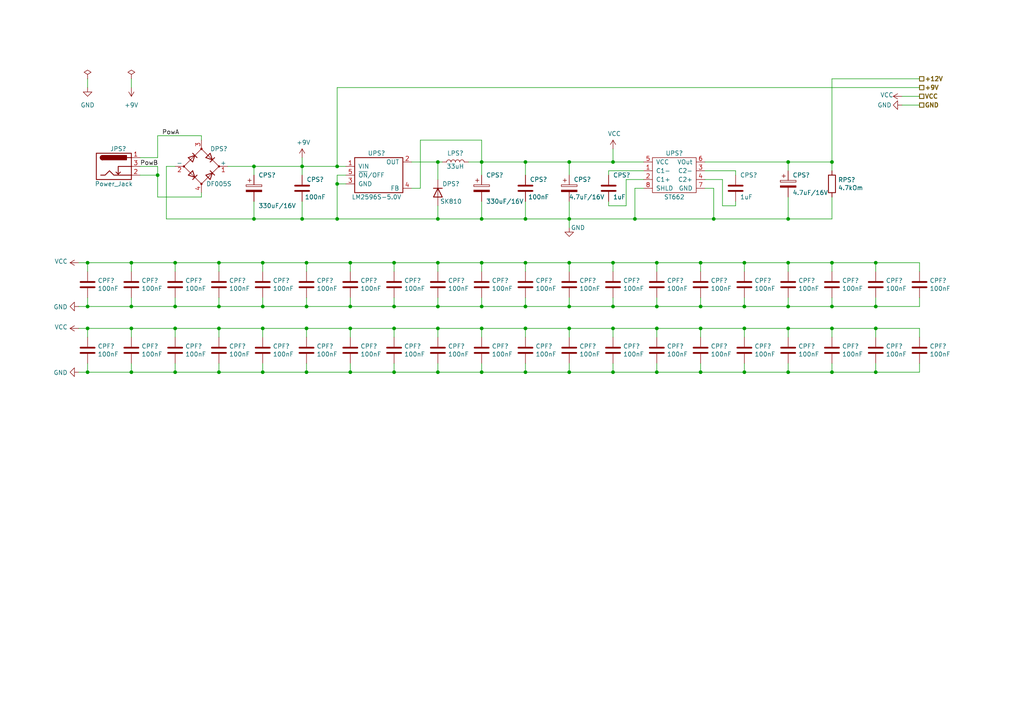
<source format=kicad_sch>
(kicad_sch (version 20211123) (generator eeschema)
  (paper "A4")
  (lib_symbols
    (symbol "Device:C" (pin_numbers hide) (pin_names (offset 0.254))
      (property "Reference" "C" (at 0.635 2.54 0))
      (property "Value" "C" (at 0.635 -2.54 0))
      (symbol "C_0_1"
        (polyline (pts (xy -2.032 -0.762) (xy 2.032 -0.762)) (stroke (width 0.508)))
        (polyline (pts (xy -2.032 0.762) (xy 2.032 0.762)) (stroke (width 0.508)))
      )
      (symbol "C_1_1"
        (pin passive line (at 0 3.81 270) (length 2.794) (name "~") (number "1"))
        (pin passive line (at 0 -3.81 90) (length 2.794) (name "~") (number "2"))
      )
    )
    (symbol "Device:C_Polarized" (pin_numbers hide) (pin_names (offset 0.254))
      (property "Reference" "C" (at 0.635 2.54 0))
      (property "Value" "C_Polarized" (at 0.635 -2.54 0))
      (symbol "C_Polarized_0_1"
        (rectangle (start -2.286 0.508) (end 2.286 1.016))
        (polyline (pts (xy -1.778 2.286) (xy -0.762 2.286)))
        (polyline (pts (xy -1.27 2.794) (xy -1.27 1.778)))
        (rectangle (start 2.286 -0.508) (end -2.286 -1.016) (fill (type outline)))
      )
      (symbol "C_Polarized_1_1"
        (pin passive line (at 0 3.81 270) (length 2.794) (name "~") (number "1"))
        (pin passive line (at 0 -3.81 90) (length 2.794) (name "~") (number "2"))
      )
    )
    (symbol "Device:D" (pin_numbers hide) (pin_names (offset 1.016) hide)
      (property "Reference" "D" (at 0 2.54 0))
      (property "Value" "D" (at 0 -2.54 0))
      (symbol "D_0_1"
        (polyline (pts (xy -1.27 1.27) (xy -1.27 -1.27)) (stroke (width 0.254)))
        (polyline (pts (xy 1.27 0) (xy -1.27 0)))
        (polyline (pts (xy 1.27 1.27) (xy 1.27 -1.27) (xy -1.27 0) (xy 1.27 1.27)) (stroke (width 0.254)))
      )
      (symbol "D_1_1"
        (pin passive line (at -3.81 0 0) (length 2.54) (name "K") (number "1"))
        (pin passive line (at 3.81 0 180) (length 2.54) (name "A") (number "2"))
      )
    )
    (symbol "Device:D_Bridge_+-AA" (pin_names (offset 0))
      (property "Reference" "D" (at 2.54 6.985 0))
      (property "Value" "D_Bridge_+-AA" (at 2.54 5.08 0))
      (symbol "D_Bridge_+-AA_0_1"
        (circle (center -5.08 0) (radius 0.254) (fill (type outline)))
        (circle (center 0 -5.08) (radius 0.254) (fill (type outline)))
        (polyline (pts (xy -2.54 3.81) (xy -1.27 2.54)) (stroke (width 0.254)))
        (polyline (pts (xy -1.27 -2.54) (xy -2.54 -3.81)) (stroke (width 0.254)))
        (polyline (pts (xy 2.54 -1.27) (xy 3.81 -2.54)) (stroke (width 0.254)))
        (polyline (pts (xy 2.54 1.27) (xy 3.81 2.54)) (stroke (width 0.254)))
        (polyline (pts (xy -3.81 2.54) (xy -2.54 1.27) (xy -1.905 3.175) (xy -3.81 2.54)) (stroke (width 0.254)))
        (polyline (pts (xy -2.54 -1.27) (xy -3.81 -2.54) (xy -1.905 -3.175) (xy -2.54 -1.27)) (stroke (width 0.254)))
        (polyline (pts (xy 1.27 2.54) (xy 2.54 3.81) (xy 3.175 1.905) (xy 1.27 2.54)) (stroke (width 0.254)))
        (polyline (pts (xy 3.175 -1.905) (xy 1.27 -2.54) (xy 2.54 -3.81) (xy 3.175 -1.905)) (stroke (width 0.254)))
        (polyline (pts (xy -5.08 0) (xy 0 -5.08) (xy 5.08 0) (xy 0 5.08) (xy -5.08 0)))
        (circle (center 0 5.08) (radius 0.254) (fill (type outline)))
        (circle (center 5.08 0) (radius 0.254) (fill (type outline)))
      )
      (symbol "D_Bridge_+-AA_1_1"
        (pin passive line (at 7.62 0 180) (length 2.54) (name "+") (number "1"))
        (pin passive line (at -7.62 0 0) (length 2.54) (name "-") (number "2"))
        (pin passive line (at 0 7.62 270) (length 2.54) (name "~") (number "3"))
        (pin passive line (at 0 -7.62 90) (length 2.54) (name "~") (number "4"))
      )
    )
    (symbol "Device:L" (pin_numbers hide) (pin_names (offset 1.016) hide)
      (property "Reference" "L" (at -1.27 0 90))
      (property "Value" "L" (at 1.905 0 90))
      (symbol "L_0_1"
        (arc (start 0 -2.54) (mid 0.635 -1.905) (end 0 -1.27))
        (arc (start 0 -1.27) (mid 0.635 -0.635) (end 0 0))
        (arc (start 0 0) (mid 0.635 0.635) (end 0 1.27))
        (arc (start 0 1.27) (mid 0.635 1.905) (end 0 2.54))
      )
      (symbol "L_1_1"
        (pin passive line (at 0 3.81 270) (length 1.27) (name "1") (number "1"))
        (pin passive line (at 0 -3.81 90) (length 1.27) (name "2") (number "2"))
      )
    )
    (symbol "Device:R" (pin_numbers hide) (pin_names (offset 0))
      (property "Reference" "R" (at 2.032 0 90))
      (property "Value" "R" (at 0 0 90))
      (symbol "R_0_1"
        (rectangle (start -1.016 -2.54) (end 1.016 2.54) (stroke (width 0.254)))
      )
      (symbol "R_1_1"
        (pin passive line (at 0 3.81 270) (length 1.27) (name "~") (number "1"))
        (pin passive line (at 0 -3.81 90) (length 1.27) (name "~") (number "2"))
      )
    )
    (symbol "ZX-Spectrum-Pentagon-rescue:CP-Device" (pin_numbers hide) (pin_names (offset 0.254))
      (property "Reference" "C" (at 0.635 2.54 0))
      (property "Value" "CP-Device" (at 0.635 -2.54 0))
      (symbol "CP-Device_0_1"
        (rectangle (start -2.286 0.508) (end 2.286 1.016))
        (polyline (pts (xy -1.778 2.286) (xy -0.762 2.286)))
        (polyline (pts (xy -1.27 2.794) (xy -1.27 1.778)))
        (rectangle (start 2.286 -0.508) (end -2.286 -1.016) (fill (type outline)))
      )
      (symbol "CP-Device_1_1"
        (pin passive line (at 0 3.81 270) (length 2.794) (name "~") (number "1"))
        (pin passive line (at 0 -3.81 90) (length 2.794) (name "~") (number "2"))
      )
    )
    (symbol "power:+9V" (power) (pin_names (offset 0))
      (property "Value" "+9V" (at 0 3.556 0))
      (symbol "+9V_0_1"
        (polyline (pts (xy -0.762 1.27) (xy 0 2.54)))
        (polyline (pts (xy 0 0) (xy 0 2.54)))
        (polyline (pts (xy 0 2.54) (xy 0.762 1.27)))
      )
      (symbol "+9V_1_1"
        (pin power_in line (at 0 0 90) (length 0) hide (name "+9V") (number "1"))
      )
    )
    (symbol "power:GND" (power) (pin_names (offset 0))
      (property "Value" "GND" (at 0 -3.81 0))
      (symbol "GND_0_1"
        (polyline (pts (xy 0 0) (xy 0 -1.27) (xy 1.27 -1.27) (xy 0 -2.54) (xy -1.27 -1.27) (xy 0 -1.27)))
      )
      (symbol "GND_1_1"
        (pin power_in line (at 0 0 270) (length 0) hide (name "GND") (number "1"))
      )
    )
    (symbol "power:PWR_FLAG" (power) (pin_numbers hide) (pin_names (offset 0) hide)
      (property "Value" "PWR_FLAG" (at 0 3.81 0))
      (symbol "PWR_FLAG_0_0"
        (pin power_out line (at 0 0 90) (length 0) (name "pwr") (number "1"))
      )
      (symbol "PWR_FLAG_0_1"
        (polyline (pts (xy 0 0) (xy 0 1.27) (xy -1.016 1.905) (xy 0 2.54) (xy 1.016 1.905) (xy 0 1.27)))
      )
    )
    (symbol "power:VCC" (power) (pin_names (offset 0))
      (property "Value" "VCC" (at 0 3.81 0))
      (symbol "VCC_0_1"
        (polyline (pts (xy -0.762 1.27) (xy 0 2.54)))
        (polyline (pts (xy 0 0) (xy 0 2.54)))
        (polyline (pts (xy 0 2.54) (xy 0.762 1.27)))
      )
      (symbol "VCC_1_1"
        (pin power_in line (at 0 0 90) (length 0) hide (name "VCC") (number "1"))
      )
    )
    (symbol "zx_custom_symbol:LM2596S-5.0V" (pin_names (offset 1.016))
      (property "Reference" "U" (at 0 6.35 0))
      (property "Value" "LM2596S-5.0V" (at 0 -6.35 0))
      (symbol "LM2596S-5.0V_1_1"
        (rectangle (start -7.62 5.08) (end 6.35 -5.08) (stroke (width 0.254)))
        (pin power_in line (at -10.16 2.54 0) (length 2.54) (name "VIN") (number "1"))
        (pin power_out line (at 8.89 3.81 180) (length 2.54) (name "OUT") (number "2"))
        (pin power_in line (at -10.16 -2.54 0) (length 2.54) (name "GND") (number "3"))
        (pin input line (at 8.89 -3.81 180) (length 2.54) (name "FB") (number "4"))
        (pin input line (at -10.16 0 0) (length 2.54) (name "~{ON}/OFF") (number "5"))
      )
    )
    (symbol "zx_custom_symbol:Power_Jack" (pin_names (offset 1.016))
      (property "Reference" "CN" (at 0 5.08 0))
      (property "Value" "Power_Jack" (at 0 -5.08 0))
      (symbol "Power_Jack_1_1"
        (rectangle (start -5.08 3.81) (end 5.08 -3.81) (stroke (width 0.254)))
        (arc (start -3.302 3.175) (mid -3.937 2.54) (end -3.302 1.905) (stroke (width 0.254)))
        (arc (start -3.302 3.175) (mid -3.937 2.54) (end -3.302 1.905) (stroke (width 0.254)) (fill (type outline)))
        (polyline (pts (xy 1.27 -2.286) (xy 1.905 -1.651)) (stroke (width 0.254)))
        (polyline (pts (xy 5.08 2.54) (xy 3.81 2.54)) (stroke (width 0.254)))
        (polyline (pts (xy 5.08 0) (xy 1.27 0) (xy 1.27 -2.286) (xy 0.635 -1.651)) (stroke (width 0.254)))
        (polyline (pts (xy -3.81 -2.54) (xy -2.54 -2.54) (xy -1.27 -1.27) (xy 0 -2.54) (xy 2.54 -2.54) (xy 5.08 -2.54)) (stroke (width 0.254)))
        (rectangle (start 3.683 3.175) (end -3.302 1.905) (stroke (width 0.254)) (fill (type outline)))
        (pin passive line (at 7.62 2.54 180) (length 2.54) (name "~") (number "1"))
        (pin passive line (at 7.62 -2.54 180) (length 2.54) (name "~") (number "2"))
        (pin passive line (at 7.62 0 180) (length 2.54) (name "~") (number "3"))
      )
    )
    (symbol "zx_custom_symbol:ST662" (pin_names (offset 1.016))
      (property "Reference" "U" (at 0 3.81 0))
      (property "Value" "ST662" (at 0 -8.89 0))
      (symbol "ST662_0_1"
        (rectangle (start -6.35 2.54) (end 6.35 -7.62))
      )
      (symbol "ST662_1_1"
        (pin passive line (at -8.89 -1.27 0) (length 2.54) (name "C1-") (number "1"))
        (pin passive line (at -8.89 -3.81 0) (length 2.54) (name "C1+") (number "2"))
        (pin passive line (at 8.89 -1.27 180) (length 2.54) (name "C2-") (number "3"))
        (pin passive line (at 8.89 -3.81 180) (length 2.54) (name "C2+") (number "4"))
        (pin power_in line (at -8.89 1.27 0) (length 2.54) (name "VCC") (number "5"))
        (pin power_out line (at 8.89 1.27 180) (length 2.54) (name "VOut") (number "6"))
        (pin power_in line (at 8.89 -6.35 180) (length 2.54) (name "GND") (number "7"))
        (pin input line (at -8.89 -6.35 0) (length 2.54) (name "SHLD") (number "8"))
      )
    )
  )
  (junction (at 203.2 107.95))
  (junction (at 127 95.25))
  (junction (at 241.3 95.25))
  (junction (at 241.3 46.99))
  (junction (at 165.1 46.99))
  (junction (at 152.4 63.5))
  (junction (at 97.79 48.26))
  (junction (at 25.4 76.2))
  (junction (at 63.5 95.25))
  (junction (at 228.6 107.95))
  (junction (at 215.9 88.9))
  (junction (at 228.6 76.2))
  (junction (at 114.3 107.95))
  (junction (at 254 76.2))
  (junction (at 45.72 50.8))
  (junction (at 228.6 63.5))
  (junction (at 101.6 107.95))
  (junction (at 76.2 95.25))
  (junction (at 228.6 95.25))
  (junction (at 177.8 46.99))
  (junction (at 241.3 76.2))
  (junction (at 215.9 107.95))
  (junction (at 38.1 107.95))
  (junction (at 101.6 76.2))
  (junction (at 165.1 107.95))
  (junction (at 88.9 107.95))
  (junction (at 63.5 76.2))
  (junction (at 190.5 107.95))
  (junction (at 203.2 76.2))
  (junction (at 152.4 46.99))
  (junction (at 190.5 88.9))
  (junction (at 165.1 95.25))
  (junction (at 241.3 88.9))
  (junction (at 25.4 107.95))
  (junction (at 203.2 95.25))
  (junction (at 25.4 88.9))
  (junction (at 190.5 76.2))
  (junction (at 76.2 107.95))
  (junction (at 215.9 95.25))
  (junction (at 88.9 88.9))
  (junction (at 152.4 107.95))
  (junction (at 177.8 88.9))
  (junction (at 228.6 46.99))
  (junction (at 38.1 76.2))
  (junction (at 203.2 88.9))
  (junction (at 177.8 95.25))
  (junction (at 165.1 63.5))
  (junction (at 152.4 76.2))
  (junction (at 127 46.99))
  (junction (at 97.79 53.34))
  (junction (at 177.8 76.2))
  (junction (at 152.4 95.25))
  (junction (at 139.7 76.2))
  (junction (at 139.7 63.5))
  (junction (at 127 107.95))
  (junction (at 63.5 107.95))
  (junction (at 101.6 95.25))
  (junction (at 139.7 46.99))
  (junction (at 165.1 76.2))
  (junction (at 228.6 88.9))
  (junction (at 76.2 88.9))
  (junction (at 88.9 95.25))
  (junction (at 25.4 95.25))
  (junction (at 254 95.25))
  (junction (at 38.1 88.9))
  (junction (at 97.79 63.5))
  (junction (at 139.7 95.25))
  (junction (at 38.1 95.25))
  (junction (at 207.01 63.5))
  (junction (at 87.63 48.26))
  (junction (at 254 88.9))
  (junction (at 114.3 76.2))
  (junction (at 76.2 76.2))
  (junction (at 241.3 107.95))
  (junction (at 165.1 88.9))
  (junction (at 215.9 76.2))
  (junction (at 190.5 95.25))
  (junction (at 139.7 88.9))
  (junction (at 127 88.9))
  (junction (at 177.8 107.95))
  (junction (at 114.3 88.9))
  (junction (at 254 107.95))
  (junction (at 50.8 76.2))
  (junction (at 127 76.2))
  (junction (at 87.63 63.5))
  (junction (at 127 63.5))
  (junction (at 184.15 63.5))
  (junction (at 101.6 88.9))
  (junction (at 88.9 76.2))
  (junction (at 50.8 88.9))
  (junction (at 63.5 88.9))
  (junction (at 114.3 95.25))
  (junction (at 73.66 48.26))
  (junction (at 73.66 63.5))
  (junction (at 50.8 95.25))
  (junction (at 139.7 107.95))
  (junction (at 50.8 107.95))
  (junction (at 152.4 88.9))
  (wire (pts (xy 207.01 54.61) (xy 204.47 54.61)))
  (wire (pts (xy 254 105.41) (xy 254 107.95)))
  (wire (pts (xy 76.2 86.36) (xy 76.2 88.9)))
  (wire (pts (xy 25.4 88.9) (xy 38.1 88.9)))
  (wire (pts (xy 25.4 86.36) (xy 25.4 88.9)))
  (wire (pts (xy 121.92 40.64) (xy 121.92 54.61)))
  (wire (pts (xy 254 95.25) (xy 254 97.79)))
  (wire (pts (xy 97.79 63.5) (xy 127 63.5)))
  (wire (pts (xy 241.3 86.36) (xy 241.3 88.9)))
  (wire (pts (xy 207.01 63.5) (xy 228.6 63.5)))
  (wire (pts (xy 127 95.25) (xy 139.7 95.25)))
  (wire (pts (xy 50.8 95.25) (xy 50.8 97.79)))
  (wire (pts (xy 165.1 63.5) (xy 165.1 66.04)))
  (wire (pts (xy 228.6 63.5) (xy 241.3 63.5)))
  (wire (pts (xy 190.5 88.9) (xy 203.2 88.9)))
  (wire (pts (xy 38.1 95.25) (xy 38.1 97.79)))
  (wire (pts (xy 241.3 22.86) (xy 266.7 22.86)))
  (wire (pts (xy 139.7 95.25) (xy 152.4 95.25)))
  (wire (pts (xy 50.8 86.36) (xy 50.8 88.9)))
  (wire (pts (xy 139.7 40.64) (xy 139.7 46.99)))
  (wire (pts (xy 63.5 86.36) (xy 63.5 88.9)))
  (wire (pts (xy 165.1 95.25) (xy 177.8 95.25)))
  (wire (pts (xy 73.66 48.26) (xy 73.66 50.8)))
  (wire (pts (xy 139.7 88.9) (xy 152.4 88.9)))
  (wire (pts (xy 254 88.9) (xy 266.7 88.9)))
  (wire (pts (xy 139.7 95.25) (xy 139.7 97.79)))
  (wire (pts (xy 97.79 53.34) (xy 97.79 63.5)))
  (wire (pts (xy 88.9 88.9) (xy 101.6 88.9)))
  (wire (pts (xy 88.9 95.25) (xy 88.9 97.79)))
  (wire (pts (xy 50.8 88.9) (xy 63.5 88.9)))
  (wire (pts (xy 73.66 58.42) (xy 73.66 63.5)))
  (wire (pts (xy 114.3 76.2) (xy 114.3 78.74)))
  (wire (pts (xy 165.1 76.2) (xy 165.1 78.74)))
  (wire (pts (xy 165.1 58.42) (xy 165.1 63.5)))
  (wire (pts (xy 181.61 52.07) (xy 181.61 59.69)))
  (wire (pts (xy 87.63 50.8) (xy 87.63 48.26)))
  (wire (pts (xy 203.2 107.95) (xy 215.9 107.95)))
  (wire (pts (xy 215.9 95.25) (xy 228.6 95.25)))
  (wire (pts (xy 139.7 76.2) (xy 139.7 78.74)))
  (wire (pts (xy 209.55 52.07) (xy 209.55 59.69)))
  (wire (pts (xy 215.9 107.95) (xy 228.6 107.95)))
  (wire (pts (xy 50.8 95.25) (xy 63.5 95.25)))
  (wire (pts (xy 204.47 46.99) (xy 228.6 46.99)))
  (wire (pts (xy 152.4 46.99) (xy 165.1 46.99)))
  (wire (pts (xy 38.1 22.86) (xy 38.1 25.4)))
  (wire (pts (xy 88.9 76.2) (xy 101.6 76.2)))
  (wire (pts (xy 38.1 107.95) (xy 50.8 107.95)))
  (wire (pts (xy 100.33 53.34) (xy 97.79 53.34)))
  (wire (pts (xy 186.69 49.53) (xy 176.53 49.53)))
  (wire (pts (xy 127 105.41) (xy 127 107.95)))
  (wire (pts (xy 127 86.36) (xy 127 88.9)))
  (wire (pts (xy 181.61 59.69) (xy 176.53 59.69)))
  (wire (pts (xy 204.47 49.53) (xy 213.36 49.53)))
  (wire (pts (xy 87.63 63.5) (xy 97.79 63.5)))
  (wire (pts (xy 139.7 76.2) (xy 152.4 76.2)))
  (wire (pts (xy 45.72 39.37) (xy 58.42 39.37)))
  (wire (pts (xy 254 107.95) (xy 266.7 107.95)))
  (wire (pts (xy 38.1 88.9) (xy 50.8 88.9)))
  (wire (pts (xy 76.2 105.41) (xy 76.2 107.95)))
  (wire (pts (xy 177.8 95.25) (xy 177.8 97.79)))
  (wire (pts (xy 114.3 88.9) (xy 127 88.9)))
  (wire (pts (xy 241.3 88.9) (xy 254 88.9)))
  (wire (pts (xy 38.1 95.25) (xy 50.8 95.25)))
  (wire (pts (xy 165.1 105.41) (xy 165.1 107.95)))
  (wire (pts (xy 97.79 50.8) (xy 97.79 53.34)))
  (wire (pts (xy 88.9 76.2) (xy 88.9 78.74)))
  (wire (pts (xy 228.6 86.36) (xy 228.6 88.9)))
  (wire (pts (xy 139.7 105.41) (xy 139.7 107.95)))
  (wire (pts (xy 152.4 105.41) (xy 152.4 107.95)))
  (wire (pts (xy 25.4 107.95) (xy 38.1 107.95)))
  (wire (pts (xy 101.6 88.9) (xy 114.3 88.9)))
  (wire (pts (xy 22.86 76.2) (xy 25.4 76.2)))
  (wire (pts (xy 40.64 48.26) (xy 45.72 48.26)))
  (wire (pts (xy 63.5 76.2) (xy 63.5 78.74)))
  (wire (pts (xy 127 107.95) (xy 139.7 107.95)))
  (wire (pts (xy 152.4 46.99) (xy 152.4 50.8)))
  (wire (pts (xy 152.4 76.2) (xy 152.4 78.74)))
  (wire (pts (xy 203.2 88.9) (xy 215.9 88.9)))
  (wire (pts (xy 50.8 48.26) (xy 48.26 48.26)))
  (wire (pts (xy 152.4 88.9) (xy 165.1 88.9)))
  (wire (pts (xy 66.04 48.26) (xy 73.66 48.26)))
  (wire (pts (xy 127 59.69) (xy 127 63.5)))
  (wire (pts (xy 215.9 76.2) (xy 228.6 76.2)))
  (wire (pts (xy 97.79 48.26) (xy 100.33 48.26)))
  (wire (pts (xy 139.7 107.95) (xy 152.4 107.95)))
  (wire (pts (xy 177.8 88.9) (xy 190.5 88.9)))
  (wire (pts (xy 176.53 59.69) (xy 176.53 58.42)))
  (wire (pts (xy 203.2 76.2) (xy 203.2 78.74)))
  (wire (pts (xy 25.4 22.86) (xy 25.4 25.4)))
  (wire (pts (xy 165.1 86.36) (xy 165.1 88.9)))
  (wire (pts (xy 203.2 105.41) (xy 203.2 107.95)))
  (wire (pts (xy 228.6 46.99) (xy 241.3 46.99)))
  (wire (pts (xy 38.1 86.36) (xy 38.1 88.9)))
  (wire (pts (xy 119.38 46.99) (xy 127 46.99)))
  (wire (pts (xy 228.6 95.25) (xy 228.6 97.79)))
  (wire (pts (xy 127 88.9) (xy 139.7 88.9)))
  (wire (pts (xy 213.36 59.69) (xy 213.36 58.42)))
  (wire (pts (xy 127 46.99) (xy 127 52.07)))
  (wire (pts (xy 101.6 76.2) (xy 101.6 78.74)))
  (wire (pts (xy 97.79 25.4) (xy 266.7 25.4)))
  (wire (pts (xy 48.26 48.26) (xy 48.26 63.5)))
  (wire (pts (xy 73.66 63.5) (xy 87.63 63.5)))
  (wire (pts (xy 114.3 76.2) (xy 127 76.2)))
  (wire (pts (xy 215.9 95.25) (xy 215.9 97.79)))
  (wire (pts (xy 266.7 95.25) (xy 266.7 97.79)))
  (wire (pts (xy 22.86 95.25) (xy 25.4 95.25)))
  (wire (pts (xy 97.79 48.26) (xy 97.79 25.4)))
  (wire (pts (xy 266.7 105.41) (xy 266.7 107.95)))
  (wire (pts (xy 215.9 105.41) (xy 215.9 107.95)))
  (wire (pts (xy 228.6 76.2) (xy 241.3 76.2)))
  (wire (pts (xy 88.9 107.95) (xy 101.6 107.95)))
  (wire (pts (xy 254 76.2) (xy 254 78.74)))
  (wire (pts (xy 165.1 95.25) (xy 165.1 97.79)))
  (wire (pts (xy 204.47 52.07) (xy 209.55 52.07)))
  (wire (pts (xy 190.5 76.2) (xy 190.5 78.74)))
  (wire (pts (xy 139.7 40.64) (xy 121.92 40.64)))
  (wire (pts (xy 63.5 88.9) (xy 76.2 88.9)))
  (wire (pts (xy 76.2 95.25) (xy 88.9 95.25)))
  (wire (pts (xy 40.64 50.8) (xy 45.72 50.8)))
  (wire (pts (xy 152.4 58.42) (xy 152.4 63.5)))
  (wire (pts (xy 76.2 95.25) (xy 76.2 97.79)))
  (wire (pts (xy 50.8 76.2) (xy 63.5 76.2)))
  (wire (pts (xy 135.89 46.99) (xy 139.7 46.99)))
  (wire (pts (xy 127 46.99) (xy 128.27 46.99)))
  (wire (pts (xy 139.7 86.36) (xy 139.7 88.9)))
  (wire (pts (xy 50.8 76.2) (xy 50.8 78.74)))
  (wire (pts (xy 241.3 76.2) (xy 254 76.2)))
  (wire (pts (xy 101.6 86.36) (xy 101.6 88.9)))
  (wire (pts (xy 63.5 95.25) (xy 63.5 97.79)))
  (wire (pts (xy 127 76.2) (xy 127 78.74)))
  (wire (pts (xy 101.6 107.95) (xy 114.3 107.95)))
  (wire (pts (xy 38.1 76.2) (xy 50.8 76.2)))
  (wire (pts (xy 165.1 76.2) (xy 177.8 76.2)))
  (wire (pts (xy 63.5 95.25) (xy 76.2 95.25)))
  (wire (pts (xy 228.6 76.2) (xy 228.6 78.74)))
  (wire (pts (xy 266.7 76.2) (xy 266.7 78.74)))
  (wire (pts (xy 241.3 76.2) (xy 241.3 78.74)))
  (wire (pts (xy 177.8 76.2) (xy 190.5 76.2)))
  (wire (pts (xy 241.3 46.99) (xy 241.3 49.53)))
  (wire (pts (xy 213.36 49.53) (xy 213.36 50.8)))
  (wire (pts (xy 25.4 105.41) (xy 25.4 107.95)))
  (wire (pts (xy 165.1 46.99) (xy 177.8 46.99)))
  (wire (pts (xy 228.6 57.15) (xy 228.6 63.5)))
  (wire (pts (xy 241.3 107.95) (xy 254 107.95)))
  (wire (pts (xy 45.72 45.72) (xy 45.72 39.37)))
  (wire (pts (xy 152.4 63.5) (xy 165.1 63.5)))
  (wire (pts (xy 177.8 95.25) (xy 190.5 95.25)))
  (wire (pts (xy 254 95.25) (xy 266.7 95.25)))
  (wire (pts (xy 241.3 22.86) (xy 241.3 46.99)))
  (wire (pts (xy 101.6 76.2) (xy 114.3 76.2)))
  (wire (pts (xy 88.9 86.36) (xy 88.9 88.9)))
  (wire (pts (xy 87.63 45.72) (xy 87.63 48.26)))
  (wire (pts (xy 228.6 105.41) (xy 228.6 107.95)))
  (wire (pts (xy 101.6 105.41) (xy 101.6 107.95)))
  (wire (pts (xy 215.9 86.36) (xy 215.9 88.9)))
  (wire (pts (xy 261.62 30.48) (xy 266.7 30.48)))
  (wire (pts (xy 139.7 46.99) (xy 152.4 46.99)))
  (wire (pts (xy 152.4 95.25) (xy 152.4 97.79)))
  (wire (pts (xy 184.15 63.5) (xy 207.01 63.5)))
  (wire (pts (xy 58.42 39.37) (xy 58.42 40.64)))
  (wire (pts (xy 228.6 88.9) (xy 241.3 88.9)))
  (wire (pts (xy 114.3 105.41) (xy 114.3 107.95)))
  (wire (pts (xy 101.6 95.25) (xy 114.3 95.25)))
  (wire (pts (xy 186.69 52.07) (xy 181.61 52.07)))
  (wire (pts (xy 88.9 105.41) (xy 88.9 107.95)))
  (wire (pts (xy 209.55 59.69) (xy 213.36 59.69)))
  (wire (pts (xy 121.92 54.61) (xy 119.38 54.61)))
  (wire (pts (xy 177.8 43.18) (xy 177.8 46.99)))
  (wire (pts (xy 190.5 95.25) (xy 203.2 95.25)))
  (wire (pts (xy 152.4 107.95) (xy 165.1 107.95)))
  (wire (pts (xy 207.01 54.61) (xy 207.01 63.5)))
  (wire (pts (xy 50.8 107.95) (xy 63.5 107.95)))
  (wire (pts (xy 152.4 95.25) (xy 165.1 95.25)))
  (wire (pts (xy 241.3 63.5) (xy 241.3 57.15)))
  (wire (pts (xy 114.3 95.25) (xy 127 95.25)))
  (wire (pts (xy 48.26 63.5) (xy 73.66 63.5)))
  (wire (pts (xy 101.6 95.25) (xy 101.6 97.79)))
  (wire (pts (xy 254 86.36) (xy 254 88.9)))
  (wire (pts (xy 165.1 63.5) (xy 184.15 63.5)))
  (wire (pts (xy 139.7 50.8) (xy 139.7 46.99)))
  (wire (pts (xy 139.7 58.42) (xy 139.7 63.5)))
  (wire (pts (xy 76.2 88.9) (xy 88.9 88.9)))
  (wire (pts (xy 87.63 58.42) (xy 87.63 63.5)))
  (wire (pts (xy 215.9 76.2) (xy 215.9 78.74)))
  (wire (pts (xy 127 95.25) (xy 127 97.79)))
  (wire (pts (xy 165.1 46.99) (xy 165.1 50.8)))
  (wire (pts (xy 87.63 48.26) (xy 97.79 48.26)))
  (wire (pts (xy 176.53 49.53) (xy 176.53 50.8)))
  (wire (pts (xy 186.69 54.61) (xy 184.15 54.61)))
  (wire (pts (xy 203.2 76.2) (xy 215.9 76.2)))
  (wire (pts (xy 241.3 95.25) (xy 241.3 97.79)))
  (wire (pts (xy 127 76.2) (xy 139.7 76.2)))
  (wire (pts (xy 114.3 95.25) (xy 114.3 97.79)))
  (wire (pts (xy 100.33 50.8) (xy 97.79 50.8)))
  (wire (pts (xy 63.5 76.2) (xy 76.2 76.2)))
  (wire (pts (xy 63.5 107.95) (xy 76.2 107.95)))
  (wire (pts (xy 190.5 95.25) (xy 190.5 97.79)))
  (wire (pts (xy 228.6 107.95) (xy 241.3 107.95)))
  (wire (pts (xy 40.64 45.72) (xy 45.72 45.72)))
  (wire (pts (xy 25.4 76.2) (xy 38.1 76.2)))
  (wire (pts (xy 88.9 95.25) (xy 101.6 95.25)))
  (wire (pts (xy 203.2 86.36) (xy 203.2 88.9)))
  (wire (pts (xy 45.72 50.8) (xy 45.72 57.15)))
  (wire (pts (xy 177.8 46.99) (xy 186.69 46.99)))
  (wire (pts (xy 114.3 86.36) (xy 114.3 88.9)))
  (wire (pts (xy 241.3 95.25) (xy 254 95.25)))
  (wire (pts (xy 114.3 107.95) (xy 127 107.95)))
  (wire (pts (xy 177.8 76.2) (xy 177.8 78.74)))
  (wire (pts (xy 76.2 107.95) (xy 88.9 107.95)))
  (wire (pts (xy 177.8 105.41) (xy 177.8 107.95)))
  (wire (pts (xy 215.9 88.9) (xy 228.6 88.9)))
  (wire (pts (xy 190.5 107.95) (xy 203.2 107.95)))
  (wire (pts (xy 190.5 105.41) (xy 190.5 107.95)))
  (wire (pts (xy 45.72 48.26) (xy 45.72 50.8)))
  (wire (pts (xy 165.1 88.9) (xy 177.8 88.9)))
  (wire (pts (xy 241.3 105.41) (xy 241.3 107.95)))
  (wire (pts (xy 152.4 86.36) (xy 152.4 88.9)))
  (wire (pts (xy 203.2 95.25) (xy 203.2 97.79)))
  (wire (pts (xy 228.6 49.53) (xy 228.6 46.99)))
  (wire (pts (xy 254 76.2) (xy 266.7 76.2)))
  (wire (pts (xy 45.72 57.15) (xy 58.42 57.15)))
  (wire (pts (xy 22.86 88.9) (xy 25.4 88.9)))
  (wire (pts (xy 261.62 27.94) (xy 266.7 27.94)))
  (wire (pts (xy 63.5 105.41) (xy 63.5 107.95)))
  (wire (pts (xy 25.4 95.25) (xy 25.4 97.79)))
  (wire (pts (xy 73.66 48.26) (xy 87.63 48.26)))
  (wire (pts (xy 228.6 95.25) (xy 241.3 95.25)))
  (wire (pts (xy 190.5 86.36) (xy 190.5 88.9)))
  (wire (pts (xy 190.5 76.2) (xy 203.2 76.2)))
  (wire (pts (xy 139.7 63.5) (xy 152.4 63.5)))
  (wire (pts (xy 50.8 105.41) (xy 50.8 107.95)))
  (wire (pts (xy 38.1 105.41) (xy 38.1 107.95)))
  (wire (pts (xy 177.8 107.95) (xy 190.5 107.95)))
  (wire (pts (xy 127 63.5) (xy 139.7 63.5)))
  (wire (pts (xy 58.42 57.15) (xy 58.42 55.88)))
  (wire (pts (xy 266.7 86.36) (xy 266.7 88.9)))
  (wire (pts (xy 177.8 86.36) (xy 177.8 88.9)))
  (wire (pts (xy 25.4 76.2) (xy 25.4 78.74)))
  (wire (pts (xy 22.86 107.95) (xy 25.4 107.95)))
  (wire (pts (xy 184.15 54.61) (xy 184.15 63.5)))
  (wire (pts (xy 152.4 76.2) (xy 165.1 76.2)))
  (wire (pts (xy 38.1 76.2) (xy 38.1 78.74)))
  (wire (pts (xy 203.2 95.25) (xy 215.9 95.25)))
  (wire (pts (xy 25.4 95.25) (xy 38.1 95.25)))
  (wire (pts (xy 76.2 76.2) (xy 88.9 76.2)))
  (wire (pts (xy 76.2 76.2) (xy 76.2 78.74)))
  (wire (pts (xy 165.1 107.95) (xy 177.8 107.95)))
  (label "PowA" (at 46.99 39.37 0))
  (label "PowB" (at 40.64 48.26 0))
  (hierarchical_label "VCC" (shape passive) (at 266.7 27.94 0) (effects (font (thickness 0.254) bold)))
  (hierarchical_label "+12V" (shape passive) (at 266.7 22.86 0) (effects (font (thickness 0.254) bold)))
  (hierarchical_label "GND" (shape passive) (at 266.7 30.48 0) (effects (font (thickness 0.254) bold)))
  (hierarchical_label "+9V" (shape passive) (at 266.7 25.4 0) (effects (font (thickness 0.254) bold)))
  (symbol (lib_id "Device:C") (at 87.63 54.61 0) (unit 1)
    (property "Reference" "CPS?" (at 91.44 52.07 0))
    (property "Value" "100nF" (at 91.44 57.15 0))
    (property "Footprint" "Capacitor_SMD:C_0805_2012Metric_Pad1.18x1.45mm_HandSolder" (effects hide))
  )
  (symbol (lib_id "Device:D") (at 127 55.88 270) (unit 1)
    (property "Reference" "DPS?" (at 130.81 53.34 90))
    (property "Value" "SK810" (at 130.81 58.42 90))
    (property "Footprint" "Diode_SMD:D_SMA" (effects hide))
  )
  (symbol (lib_id "Device:C") (at 152.4 54.61 0) (unit 1)
    (property "Reference" "CPS?" (at 156.21 52.07 0))
    (property "Value" "100nF" (at 156.21 57.15 0))
    (property "Footprint" "Capacitor_SMD:C_0805_2012Metric_Pad1.18x1.45mm_HandSolder" (effects hide))
  )
  (symbol (lib_id "Device:C") (at 25.4 82.55 0) (unit 1)
    (property "Reference" "CPF?" (at 28.321 81.3816 0) (effects (justify left)))
    (property "Value" "100nF" (at 28.321 83.693 0) (effects (justify left)))
    (property "Footprint" "Capacitor_SMD:C_1206_3216Metric_Pad1.33x1.80mm_HandSolder" (effects hide))
  )
  (symbol (lib_id "Device:L") (at 132.08 46.99 90) (unit 1)
    (property "Reference" "LPS?" (at 132.08 44.45 90))
    (property "Value" "33uH" (at 134.62 48.26 90) (effects (justify left)))
    (property "Footprint" "Inductor_SMD:L_12x12mm_H6mm" (effects hide))
  )
  (symbol (lib_id "power:VCC") (at 177.8 43.18 0) (unit 1)
    (property "Reference" "#PWR?" (effects hide))
    (property "Value" "VCC" (at 178.181 38.7858 0))
  )
  (symbol (lib_id "ZX-Spectrum-Pentagon-rescue:CP-Device") (at 165.1 54.61 0) (unit 1)
    (property "Reference" "CPS?" (at 168.91 52.07 0))
    (property "Value" "4.7uF/16V" (at 170.18 57.15 0))
    (property "Footprint" "Capacitor_Tantalum_SMD:CP_EIA-3528-21_Kemet-B_Pad1.50x2.35mm_HandSolder" (effects hide))
  )
  (symbol (lib_id "Device:C") (at 38.1 82.55 0) (unit 1)
    (property "Reference" "CPF?" (at 41.021 81.3816 0) (effects (justify left)))
    (property "Value" "100nF" (at 41.021 83.693 0) (effects (justify left)))
    (property "Footprint" "Capacitor_SMD:C_1206_3216Metric_Pad1.33x1.80mm_HandSolder" (effects hide))
  )
  (symbol (lib_id "Device:C") (at 50.8 82.55 0) (unit 1)
    (property "Reference" "CPF?" (at 53.721 81.3816 0) (effects (justify left)))
    (property "Value" "100nF" (at 53.721 83.693 0) (effects (justify left)))
    (property "Footprint" "Capacitor_SMD:C_1206_3216Metric_Pad1.33x1.80mm_HandSolder" (effects hide))
  )
  (symbol (lib_id "Device:C") (at 63.5 82.55 0) (unit 1)
    (property "Reference" "CPF?" (at 66.421 81.3816 0) (effects (justify left)))
    (property "Value" "100nF" (at 66.421 83.693 0) (effects (justify left)))
    (property "Footprint" "Capacitor_SMD:C_1206_3216Metric_Pad1.33x1.80mm_HandSolder" (effects hide))
  )
  (symbol (lib_id "Device:C") (at 76.2 82.55 0) (unit 1)
    (property "Reference" "CPF?" (at 79.121 81.3816 0) (effects (justify left)))
    (property "Value" "100nF" (at 79.121 83.693 0) (effects (justify left)))
    (property "Footprint" "Capacitor_SMD:C_1206_3216Metric_Pad1.33x1.80mm_HandSolder" (effects hide))
  )
  (symbol (lib_id "Device:C") (at 88.9 82.55 0) (unit 1)
    (property "Reference" "CPF?" (at 91.821 81.3816 0) (effects (justify left)))
    (property "Value" "100nF" (at 91.821 83.693 0) (effects (justify left)))
    (property "Footprint" "Capacitor_SMD:C_1206_3216Metric_Pad1.33x1.80mm_HandSolder" (effects hide))
  )
  (symbol (lib_id "power:VCC") (at 22.86 76.2 90) (unit 1)
    (property "Reference" "#PWR?" (effects hide))
    (property "Value" "VCC" (at 19.6342 75.819 90) (effects (justify left)))
  )
  (symbol (lib_id "power:GND") (at 22.86 107.95 270) (unit 1)
    (property "Reference" "#PWR?" (effects hide))
    (property "Value" "GND" (at 19.6088 108.077 90) (effects (justify right)))
  )
  (symbol (lib_id "Device:C") (at 101.6 82.55 0) (unit 1)
    (property "Reference" "CPF?" (at 104.521 81.3816 0) (effects (justify left)))
    (property "Value" "100nF" (at 104.521 83.693 0) (effects (justify left)))
    (property "Footprint" "Capacitor_SMD:C_1206_3216Metric_Pad1.33x1.80mm_HandSolder" (effects hide))
  )
  (symbol (lib_id "Device:C") (at 114.3 82.55 0) (unit 1)
    (property "Reference" "CPF?" (at 117.221 81.3816 0) (effects (justify left)))
    (property "Value" "100nF" (at 117.221 83.693 0) (effects (justify left)))
    (property "Footprint" "Capacitor_SMD:C_1206_3216Metric_Pad1.33x1.80mm_HandSolder" (effects hide))
  )
  (symbol (lib_id "Device:C") (at 127 82.55 0) (unit 1)
    (property "Reference" "CPF?" (at 129.921 81.3816 0) (effects (justify left)))
    (property "Value" "100nF" (at 129.921 83.693 0) (effects (justify left)))
    (property "Footprint" "Capacitor_SMD:C_1206_3216Metric_Pad1.33x1.80mm_HandSolder" (effects hide))
  )
  (symbol (lib_id "Device:C") (at 139.7 82.55 0) (unit 1)
    (property "Reference" "CPF?" (at 142.621 81.3816 0) (effects (justify left)))
    (property "Value" "100nF" (at 142.621 83.693 0) (effects (justify left)))
    (property "Footprint" "Capacitor_SMD:C_1206_3216Metric_Pad1.33x1.80mm_HandSolder" (effects hide))
  )
  (symbol (lib_id "Device:C") (at 152.4 82.55 0) (unit 1)
    (property "Reference" "CPF?" (at 155.321 81.3816 0) (effects (justify left)))
    (property "Value" "100nF" (at 155.321 83.693 0) (effects (justify left)))
    (property "Footprint" "Capacitor_SMD:C_1206_3216Metric_Pad1.33x1.80mm_HandSolder" (effects hide))
  )
  (symbol (lib_id "Device:C") (at 165.1 82.55 0) (unit 1)
    (property "Reference" "CPF?" (at 168.021 81.3816 0) (effects (justify left)))
    (property "Value" "100nF" (at 168.021 83.693 0) (effects (justify left)))
    (property "Footprint" "Capacitor_SMD:C_1206_3216Metric_Pad1.33x1.80mm_HandSolder" (effects hide))
  )
  (symbol (lib_id "Device:C") (at 177.8 82.55 0) (unit 1)
    (property "Reference" "CPF?" (at 180.721 81.3816 0) (effects (justify left)))
    (property "Value" "100nF" (at 180.721 83.693 0) (effects (justify left)))
    (property "Footprint" "Capacitor_SMD:C_1206_3216Metric_Pad1.33x1.80mm_HandSolder" (effects hide))
  )
  (symbol (lib_id "Device:C") (at 190.5 82.55 0) (unit 1)
    (property "Reference" "CPF?" (at 193.421 81.3816 0) (effects (justify left)))
    (property "Value" "100nF" (at 193.421 83.693 0) (effects (justify left)))
    (property "Footprint" "Capacitor_SMD:C_1206_3216Metric_Pad1.33x1.80mm_HandSolder" (effects hide))
  )
  (symbol (lib_id "Device:C") (at 203.2 82.55 0) (unit 1)
    (property "Reference" "CPF?" (at 206.121 81.3816 0) (effects (justify left)))
    (property "Value" "100nF" (at 206.121 83.693 0) (effects (justify left)))
    (property "Footprint" "Capacitor_SMD:C_1206_3216Metric_Pad1.33x1.80mm_HandSolder" (effects hide))
  )
  (symbol (lib_id "Device:C") (at 176.53 54.61 0) (unit 1)
    (property "Reference" "CPS?" (at 177.8 50.8 0) (effects (justify left)))
    (property "Value" "1uF" (at 177.8 57.15 0) (effects (justify left)))
    (property "Footprint" "Capacitor_SMD:C_0805_2012Metric_Pad1.18x1.45mm_HandSolder" (effects hide))
  )
  (symbol (lib_id "Device:C") (at 213.36 54.61 0) (unit 1)
    (property "Reference" "CPS?" (at 214.63 50.8 0) (effects (justify left)))
    (property "Value" "1uF" (at 214.63 57.15 0) (effects (justify left)))
    (property "Footprint" "Capacitor_SMD:C_0805_2012Metric_Pad1.18x1.45mm_HandSolder" (effects hide))
  )
  (symbol (lib_id "Device:C") (at 215.9 82.55 0) (unit 1)
    (property "Reference" "CPF?" (at 218.821 81.3816 0) (effects (justify left)))
    (property "Value" "100nF" (at 218.821 83.693 0) (effects (justify left)))
    (property "Footprint" "Capacitor_SMD:C_1206_3216Metric_Pad1.33x1.80mm_HandSolder" (effects hide))
  )
  (symbol (lib_id "Device:C") (at 228.6 82.55 0) (unit 1)
    (property "Reference" "CPF?" (at 231.521 81.3816 0) (effects (justify left)))
    (property "Value" "100nF" (at 231.521 83.693 0) (effects (justify left)))
    (property "Footprint" "Capacitor_SMD:C_1206_3216Metric_Pad1.33x1.80mm_HandSolder" (effects hide))
  )
  (symbol (lib_id "Device:C") (at 241.3 82.55 0) (unit 1)
    (property "Reference" "CPF?" (at 244.221 81.3816 0) (effects (justify left)))
    (property "Value" "100nF" (at 244.221 83.693 0) (effects (justify left)))
    (property "Footprint" "Capacitor_SMD:C_1206_3216Metric_Pad1.33x1.80mm_HandSolder" (effects hide))
  )
  (symbol (lib_id "Device:C") (at 25.4 101.6 0) (unit 1)
    (property "Reference" "CPF?" (at 28.321 100.4316 0) (effects (justify left)))
    (property "Value" "100nF" (at 28.321 102.743 0) (effects (justify left)))
    (property "Footprint" "Capacitor_SMD:C_1206_3216Metric_Pad1.33x1.80mm_HandSolder" (effects hide))
  )
  (symbol (lib_id "Device:C") (at 38.1 101.6 0) (unit 1)
    (property "Reference" "CPF?" (at 41.021 100.4316 0) (effects (justify left)))
    (property "Value" "100nF" (at 41.021 102.743 0) (effects (justify left)))
    (property "Footprint" "Capacitor_SMD:C_1206_3216Metric_Pad1.33x1.80mm_HandSolder" (effects hide))
  )
  (symbol (lib_id "Device:C") (at 50.8 101.6 0) (unit 1)
    (property "Reference" "CPF?" (at 53.721 100.4316 0) (effects (justify left)))
    (property "Value" "100nF" (at 53.721 102.743 0) (effects (justify left)))
    (property "Footprint" "Capacitor_SMD:C_1206_3216Metric_Pad1.33x1.80mm_HandSolder" (effects hide))
  )
  (symbol (lib_id "Device:C") (at 63.5 101.6 0) (unit 1)
    (property "Reference" "CPF?" (at 66.421 100.4316 0) (effects (justify left)))
    (property "Value" "100nF" (at 66.421 102.743 0) (effects (justify left)))
    (property "Footprint" "Capacitor_SMD:C_1206_3216Metric_Pad1.33x1.80mm_HandSolder" (effects hide))
  )
  (symbol (lib_id "Device:C") (at 76.2 101.6 0) (unit 1)
    (property "Reference" "CPF?" (at 79.121 100.4316 0) (effects (justify left)))
    (property "Value" "100nF" (at 79.121 102.743 0) (effects (justify left)))
    (property "Footprint" "Capacitor_SMD:C_1206_3216Metric_Pad1.33x1.80mm_HandSolder" (effects hide))
  )
  (symbol (lib_id "Device:C") (at 88.9 101.6 0) (unit 1)
    (property "Reference" "CPF?" (at 91.821 100.4316 0) (effects (justify left)))
    (property "Value" "100nF" (at 91.821 102.743 0) (effects (justify left)))
    (property "Footprint" "Capacitor_SMD:C_1206_3216Metric_Pad1.33x1.80mm_HandSolder" (effects hide))
  )
  (symbol (lib_id "Device:C") (at 101.6 101.6 0) (unit 1)
    (property "Reference" "CPF?" (at 104.521 100.4316 0) (effects (justify left)))
    (property "Value" "100nF" (at 104.521 102.743 0) (effects (justify left)))
    (property "Footprint" "Capacitor_SMD:C_1206_3216Metric_Pad1.33x1.80mm_HandSolder" (effects hide))
  )
  (symbol (lib_id "Device:C") (at 114.3 101.6 0) (unit 1)
    (property "Reference" "CPF?" (at 117.221 100.4316 0) (effects (justify left)))
    (property "Value" "100nF" (at 117.221 102.743 0) (effects (justify left)))
    (property "Footprint" "Capacitor_SMD:C_1206_3216Metric_Pad1.33x1.80mm_HandSolder" (effects hide))
  )
  (symbol (lib_id "Device:C") (at 127 101.6 0) (unit 1)
    (property "Reference" "CPF?" (at 129.921 100.4316 0) (effects (justify left)))
    (property "Value" "100nF" (at 129.921 102.743 0) (effects (justify left)))
    (property "Footprint" "Capacitor_SMD:C_1206_3216Metric_Pad1.33x1.80mm_HandSolder" (effects hide))
  )
  (symbol (lib_id "Device:C") (at 139.7 101.6 0) (unit 1)
    (property "Reference" "CPF?" (at 142.621 100.4316 0) (effects (justify left)))
    (property "Value" "100nF" (at 142.621 102.743 0) (effects (justify left)))
    (property "Footprint" "Capacitor_SMD:C_1206_3216Metric_Pad1.33x1.80mm_HandSolder" (effects hide))
  )
  (symbol (lib_id "Device:C") (at 152.4 101.6 0) (unit 1)
    (property "Reference" "CPF?" (at 155.321 100.4316 0) (effects (justify left)))
    (property "Value" "100nF" (at 155.321 102.743 0) (effects (justify left)))
    (property "Footprint" "Capacitor_SMD:C_1206_3216Metric_Pad1.33x1.80mm_HandSolder" (effects hide))
  )
  (symbol (lib_id "Device:C") (at 165.1 101.6 0) (unit 1)
    (property "Reference" "CPF?" (at 168.021 100.4316 0) (effects (justify left)))
    (property "Value" "100nF" (at 168.021 102.743 0) (effects (justify left)))
    (property "Footprint" "Capacitor_SMD:C_1206_3216Metric_Pad1.33x1.80mm_HandSolder" (effects hide))
  )
  (symbol (lib_id "Device:C") (at 177.8 101.6 0) (unit 1)
    (property "Reference" "CPF?" (at 180.721 100.4316 0) (effects (justify left)))
    (property "Value" "100nF" (at 180.721 102.743 0) (effects (justify left)))
    (property "Footprint" "Capacitor_SMD:C_1206_3216Metric_Pad1.33x1.80mm_HandSolder" (effects hide))
  )
  (symbol (lib_id "Device:C") (at 190.5 101.6 0) (unit 1)
    (property "Reference" "CPF?" (at 193.421 100.4316 0) (effects (justify left)))
    (property "Value" "100nF" (at 193.421 102.743 0) (effects (justify left)))
    (property "Footprint" "Capacitor_SMD:C_1206_3216Metric_Pad1.33x1.80mm_HandSolder" (effects hide))
  )
  (symbol (lib_id "Device:C") (at 203.2 101.6 0) (unit 1)
    (property "Reference" "CPF?" (at 206.121 100.4316 0) (effects (justify left)))
    (property "Value" "100nF" (at 206.121 102.743 0) (effects (justify left)))
    (property "Footprint" "Capacitor_SMD:C_1206_3216Metric_Pad1.33x1.80mm_HandSolder" (effects hide))
  )
  (symbol (lib_id "Device:C") (at 215.9 101.6 0) (unit 1)
    (property "Reference" "CPF?" (at 218.821 100.4316 0) (effects (justify left)))
    (property "Value" "100nF" (at 218.821 102.743 0) (effects (justify left)))
    (property "Footprint" "Capacitor_SMD:C_1206_3216Metric_Pad1.33x1.80mm_HandSolder" (effects hide))
  )
  (symbol (lib_id "Device:C") (at 228.6 101.6 0) (unit 1)
    (property "Reference" "CPF?" (at 231.521 100.4316 0) (effects (justify left)))
    (property "Value" "100nF" (at 231.521 102.743 0) (effects (justify left)))
    (property "Footprint" "Capacitor_SMD:C_1206_3216Metric_Pad1.33x1.80mm_HandSolder" (effects hide))
  )
  (symbol (lib_id "Device:C") (at 241.3 101.6 0) (unit 1)
    (property "Reference" "CPF?" (at 244.221 100.4316 0) (effects (justify left)))
    (property "Value" "100nF" (at 244.221 102.743 0) (effects (justify left)))
    (property "Footprint" "Capacitor_SMD:C_1206_3216Metric_Pad1.33x1.80mm_HandSolder" (effects hide))
  )
  (symbol (lib_id "power:GND") (at 22.86 88.9 270) (unit 1)
    (property "Reference" "#PWR?" (effects hide))
    (property "Value" "GND" (at 19.6088 89.027 90) (effects (justify right)))
  )
  (symbol (lib_id "power:VCC") (at 22.86 95.25 90) (unit 1)
    (property "Reference" "#PWR?" (effects hide))
    (property "Value" "VCC" (at 19.6342 94.869 90) (effects (justify left)))
  )
  (symbol (lib_id "Device:C") (at 254 82.55 0) (unit 1)
    (property "Reference" "CPF?" (at 256.921 81.3816 0) (effects (justify left)))
    (property "Value" "100nF" (at 256.921 83.693 0) (effects (justify left)))
    (property "Footprint" "Capacitor_SMD:C_1206_3216Metric_Pad1.33x1.80mm_HandSolder" (effects hide))
  )
  (symbol (lib_id "Device:C") (at 266.7 82.55 0) (unit 1)
    (property "Reference" "CPF?" (at 269.621 81.3816 0) (effects (justify left)))
    (property "Value" "100nF" (at 269.621 83.693 0) (effects (justify left)))
    (property "Footprint" "Capacitor_SMD:C_1206_3216Metric_Pad1.33x1.80mm_HandSolder" (effects hide))
  )
  (symbol (lib_id "Device:C") (at 254 101.6 0) (unit 1)
    (property "Reference" "CPF?" (at 256.921 100.4316 0) (effects (justify left)))
    (property "Value" "100nF" (at 256.921 102.743 0) (effects (justify left)))
    (property "Footprint" "Capacitor_SMD:C_1206_3216Metric_Pad1.33x1.80mm_HandSolder" (effects hide))
  )
  (symbol (lib_id "Device:C") (at 266.7 101.6 0) (unit 1)
    (property "Reference" "CPF?" (at 269.621 100.4316 0) (effects (justify left)))
    (property "Value" "100nF" (at 269.621 102.743 0) (effects (justify left)))
    (property "Footprint" "Capacitor_SMD:C_1206_3216Metric_Pad1.33x1.80mm_HandSolder" (effects hide))
  )
  (symbol (lib_id "power:GND") (at 165.1 66.04 0) (unit 1)
    (property "Reference" "#PWR?" (effects hide))
    (property "Value" "GND" (at 167.64 66.04 0))
  )
  (symbol (lib_id "power:PWR_FLAG") (at 25.4 22.86 0) (unit 1)
    (property "Reference" "#GND?" (effects hide))
    (property "Value" "PWR_FLAG" (effects hide))
  )
  (symbol (lib_id "power:GND") (at 25.4 25.4 0) (unit 1)
    (property "Reference" "#PWR?" (effects hide))
    (property "Value" "GND" (at 25.4 30.48 0))
  )
  (symbol (lib_id "zx_custom_symbol:Power_Jack") (at 33.02 48.26 0) (unit 1)
    (property "Reference" "JPS?" (at 34.29 43.18 0))
    (property "Value" "Power_Jack" (at 33.02 53.34 0))
    (property "Footprint" "Connector_BarrelJack:BarrelJack_Wuerth_6941xx301002" (effects hide))
  )
  (symbol (lib_id "Device:R") (at 241.3 53.34 0) (unit 1)
    (property "Reference" "RPS?" (at 243.078 52.1716 0) (effects (justify left)))
    (property "Value" "4.7kOm" (at 243.078 54.483 0) (effects (justify left)))
    (property "Footprint" "Resistor_SMD:R_0805_2012Metric_Pad1.20x1.40mm_HandSolder" (effects hide))
  )
  (symbol (lib_id "Device:D_Bridge_+-AA") (at 58.42 48.26 0) (unit 1)
    (property "Reference" "DPS?" (at 60.96 43.18 0) (effects (justify left)))
    (property "Value" "DF005S" (at 63.5 53.34 0))
    (property "Footprint" "Diode_SMD:Diode_Bridge_Vishay_DFS" (effects hide))
    (property "Datasheet" "https://www.vishay.com/docs/88573/dfs.pdf" (effects hide))
  )
  (symbol (lib_id "power:PWR_FLAG") (at 38.1 22.86 0) (unit 1)
    (property "Reference" "#GND?" (effects hide))
    (property "Value" "PWR_FLAG" (effects hide))
  )
  (symbol (lib_id "power:+9V") (at 87.63 45.72 0) (unit 1)
    (property "Reference" "#PWR?" (effects hide))
    (property "Value" "+9V" (at 88.011 41.3258 0))
  )
  (symbol (lib_id "power:+9V") (at 38.1 25.4 180) (unit 1)
    (property "Reference" "#PWR?" (effects hide))
    (property "Value" "+9V" (at 38.1 30.48 0))
  )
  (symbol (lib_id "zx_custom_symbol:LM2596S-5.0V") (at 110.49 50.8 0) (unit 1)
    (property "Reference" "UPS?" (at 109.22 44.45 0))
    (property "Value" "LM2596S-5.0V" (at 109.22 57.15 0))
    (property "Footprint" "Package_TO_SOT_SMD:TO-263-5_TabPin3" (effects hide))
    (property "Datasheet" "http://www.ti.com/lit/ds/symlink/lm2596.pdf" (effects hide))
  )
  (symbol (lib_id "zx_custom_symbol:ST662") (at 195.58 48.26 0) (unit 1)
    (property "Reference" "UPS?" (at 195.58 44.45 0))
    (property "Value" "ST662" (at 195.58 57.15 0))
    (property "Footprint" "Package_DIP:DIP-8_W7.62mm" (effects hide))
  )
  (symbol (lib_id "power:VCC") (at 261.62 27.94 90) (unit 1)
    (property "Reference" "#PWR?" (effects hide))
    (property "Value" "VCC" (at 257.2258 27.559 90))
  )
  (symbol (lib_id "power:GND") (at 261.62 30.48 270) (unit 1)
    (property "Reference" "#PWR?" (effects hide))
    (property "Value" "GND" (at 256.54 30.48 90))
  )
  (symbol (lib_id "Device:C_Polarized") (at 228.6 53.34 0) (unit 1)
    (property "Reference" "CPS?" (at 229.87 50.8 0) (effects (justify left)))
    (property "Value" "4.7uF/16V" (at 229.87 55.88 0) (effects (justify left)))
    (property "Footprint" "Capacitor_Tantalum_SMD:CP_EIA-3528-21_Kemet-B_Pad1.50x2.35mm_HandSolder" (effects hide))
  )
  (symbol (lib_id "Device:C_Polarized") (at 73.66 54.61 0) (unit 1)
    (property "Reference" "CPS?" (at 74.93 50.8 0) (effects (justify left)))
    (property "Value" "330uF/16V" (at 74.93 59.69 0) (effects (justify left)))
    (property "Footprint" "Capacitor_Tantalum_SMD:CP_EIA-7343-31_Kemet-D_Pad2.25x2.55mm_HandSolder" (effects hide))
  )
  (symbol (lib_id "Device:C_Polarized") (at 139.7 54.61 0) (unit 1)
    (property "Reference" "CPS?" (at 140.97 50.8 0) (effects (justify left)))
    (property "Value" "330uF/16V" (at 140.97 58.42 0) (effects (justify left)))
    (property "Footprint" "Capacitor_Tantalum_SMD:CP_EIA-7343-31_Kemet-D_Pad2.25x2.55mm_HandSolder" (effects hide))
  )
)
</source>
